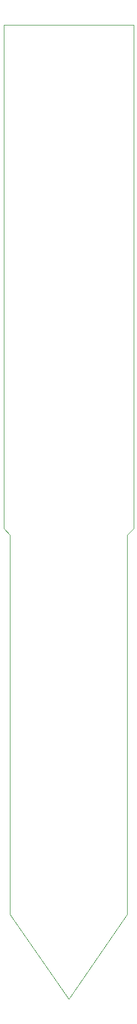
<source format=gbr>
G04 #@! TF.GenerationSoftware,KiCad,Pcbnew,(5.1.4)-1*
G04 #@! TF.CreationDate,2019-10-27T14:02:49-04:00*
G04 #@! TF.ProjectId,i2c-moist-sensor,6932632d-6d6f-4697-9374-2d73656e736f,rev?*
G04 #@! TF.SameCoordinates,Original*
G04 #@! TF.FileFunction,Profile,NP*
%FSLAX46Y46*%
G04 Gerber Fmt 4.6, Leading zero omitted, Abs format (unit mm)*
G04 Created by KiCad (PCBNEW (5.1.4)-1) date 2019-10-27 14:02:49*
%MOMM*%
%LPD*%
G04 APERTURE LIST*
%ADD10C,0.100000*%
G04 APERTURE END LIST*
D10*
X49000000Y-161000000D02*
X49000000Y-103000000D01*
X67000000Y-161000000D02*
X67000000Y-103000000D01*
X48000000Y-25000000D02*
X49022000Y-25000000D01*
X48000000Y-102000000D02*
X48000000Y-25000000D01*
X49000000Y-103000000D02*
X48000000Y-102000000D01*
X68000000Y-25000000D02*
X67000000Y-25000000D01*
X68000000Y-102000000D02*
X68000000Y-25000000D01*
X67000000Y-103000000D02*
X68000000Y-102000000D01*
X58000000Y-174000000D02*
X49000000Y-161000000D01*
X58000000Y-174000000D02*
X67000000Y-161000000D01*
X67000000Y-25000000D02*
X49022000Y-25000000D01*
M02*

</source>
